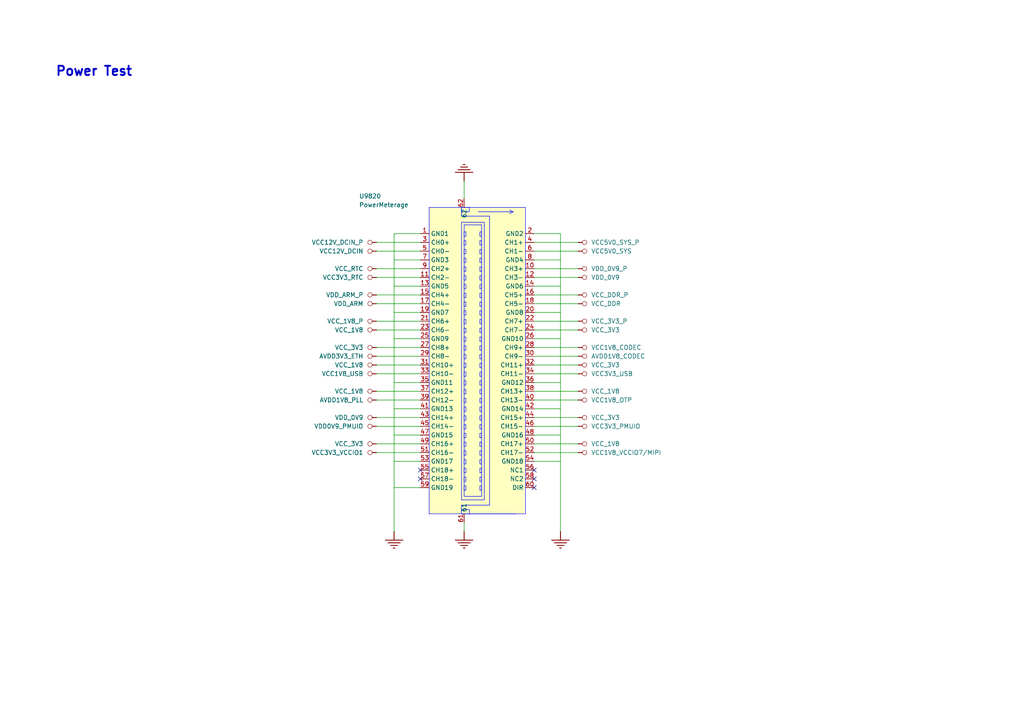
<source format=kicad_sch>
(kicad_sch (version 20250114) (generator "eeschema") (generator_version "9.0")
  (paper "A4")
  (lib_symbols
    (symbol "*:root_0_PowerMeasurement_6_*"
      (symbol "root_0_PowerMeasurement_6_*_1_0"
        (polyline (pts (xy 9.398 -0.254) (xy 9.398 -2.54)) (stroke (width 0) (color 0 11 255 1)))
        (polyline (pts (xy 9.398 -86.36) (xy 9.398 -87.63)) (stroke (width 0) (color 0 11 255 1)))
        (polyline (pts (xy 9.398 -86.36) (xy 17.526 -86.36)) (stroke (width 0) (color 0 11 255 1)))
        (rectangle (start 10.668 -7.112) (end 10.16 -8.382) (stroke (width 0) (color 0 11 255 1)) (fill (type background)))
        (rectangle (start 10.668 -9.652) (end 10.16 -10.922) (stroke (width 0) (color 0 11 255 1)) (fill (type background)))
        (rectangle (start 10.668 -12.192) (end 10.16 -13.462) (stroke (width 0) (color 0 11 255 1)) (fill (type background)))
        (rectangle (start 10.668 -14.732) (end 10.16 -16.002) (stroke (width 0) (color 0 11 255 1)) (fill (type background)))
        (rectangle (start 10.668 -17.272) (end 10.16 -18.542) (stroke (width 0) (color 0 11 255 1)) (fill (type background)))
        (rectangle (start 10.668 -19.812) (end 10.16 -21.082) (stroke (width 0) (color 0 11 255 1)) (fill (type background)))
        (rectangle (start 10.668 -22.352) (end 10.16 -23.622) (stroke (width 0) (color 0 11 255 1)) (fill (type background)))
        (rectangle (start 10.668 -24.892) (end 10.16 -26.162) (stroke (width 0) (color 0 11 255 1)) (fill (type background)))
        (rectangle (start 10.668 -27.432) (end 10.16 -28.702) (stroke (width 0) (color 0 11 255 1)) (fill (type background)))
        (rectangle (start 10.668 -29.972) (end 10.16 -31.242) (stroke (width 0) (color 0 11 255 1)) (fill (type background)))
        (rectangle (start 10.668 -32.512) (end 10.16 -33.782) (stroke (width 0) (color 0 11 255 1)) (fill (type background)))
        (rectangle (start 10.668 -35.052) (end 10.16 -36.322) (stroke (width 0) (color 0 11 255 1)) (fill (type background)))
        (rectangle (start 10.668 -37.592) (end 10.16 -38.862) (stroke (width 0) (color 0 11 255 1)) (fill (type background)))
        (rectangle (start 10.668 -40.132) (end 10.16 -41.402) (stroke (width 0) (color 0 11 255 1)) (fill (type background)))
        (rectangle (start 10.668 -42.672) (end 10.16 -43.942) (stroke (width 0) (color 0 11 255 1)) (fill (type background)))
        (rectangle (start 10.668 -45.212) (end 10.16 -46.482) (stroke (width 0) (color 0 11 255 1)) (fill (type background)))
        (rectangle (start 10.668 -47.752) (end 10.16 -49.022) (stroke (width 0) (color 0 11 255 1)) (fill (type background)))
        (rectangle (start 10.668 -50.292) (end 10.16 -51.562) (stroke (width 0) (color 0 11 255 1)) (fill (type background)))
        (rectangle (start 10.668 -52.832) (end 10.16 -54.102) (stroke (width 0) (color 0 11 255 1)) (fill (type background)))
        (rectangle (start 10.668 -55.372) (end 10.16 -56.642) (stroke (width 0) (color 0 11 255 1)) (fill (type background)))
        (rectangle (start 10.668 -57.912) (end 10.16 -59.182) (stroke (width 0) (color 0 11 255 1)) (fill (type background)))
        (rectangle (start 10.668 -60.452) (end 10.16 -61.722) (stroke (width 0) (color 0 11 255 1)) (fill (type background)))
        (rectangle (start 10.668 -62.992) (end 10.16 -64.262) (stroke (width 0) (color 0 11 255 1)) (fill (type background)))
        (rectangle (start 10.668 -65.532) (end 10.16 -66.802) (stroke (width 0) (color 0 11 255 1)) (fill (type background)))
        (rectangle (start 10.668 -68.072) (end 10.16 -69.342) (stroke (width 0) (color 0 11 255 1)) (fill (type background)))
        (rectangle (start 10.668 -70.612) (end 10.16 -71.882) (stroke (width 0) (color 0 11 255 1)) (fill (type background)))
        (rectangle (start 10.668 -73.152) (end 10.16 -74.422) (stroke (width 0) (color 0 11 255 1)) (fill (type background)))
        (rectangle (start 10.668 -75.692) (end 10.16 -76.962) (stroke (width 0) (color 0 11 255 1)) (fill (type background)))
        (rectangle (start 10.668 -78.232) (end 10.16 -79.502) (stroke (width 0) (color 0 11 255 1)) (fill (type background)))
        (rectangle (start 10.668 -80.772) (end 10.16 -82.042) (stroke (width 0) (color 0 11 255 1)) (fill (type background)))
        (rectangle (start 11.684 0) (end 9.398 -1.27) (stroke (width 0) (color 0 11 255 1)) (fill (type background)))
        (rectangle (start 11.684 -87.63) (end 9.398 -88.9) (stroke (width 0) (color 0 11 255 1)) (fill (type background)))
        (polyline (pts (xy 11.684 -88.9) (xy 25.146 -88.9)) (stroke (width 0) (color 0 11 255 1)))
        (polyline (pts (xy 14.224 -1.27) (xy 24.384 -1.27)) (stroke (width 0) (color 0 11 255 1)))
        (rectangle (start 15.24 -5.08) (end 10.16 -83.82) (stroke (width 0) (color 0 11 255 1)) (fill (type background)))
        (rectangle (start 15.24 -7.112) (end 14.732 -8.382) (stroke (width 0) (color 0 11 255 1)) (fill (type background)))
        (rectangle (start 15.24 -9.652) (end 14.732 -10.922) (stroke (width 0) (color 0 11 255 1)) (fill (type background)))
        (rectangle (start 15.24 -12.192) (end 14.732 -13.462) (stroke (width 0) (color 0 11 255 1)) (fill (type background)))
        (rectangle (start 15.24 -14.732) (end 14.732 -16.002) (stroke (width 0) (color 0 11 255 1)) (fill (type background)))
        (rectangle (start 15.24 -17.272) (end 14.732 -18.542) (stroke (width 0) (color 0 11 255 1)) (fill (type background)))
        (rectangle (start 15.24 -19.812) (end 14.732 -21.082) (stroke (width 0) (color 0 11 255 1)) (fill (type background)))
        (rectangle (start 15.24 -22.352) (end 14.732 -23.622) (stroke (width 0) (color 0 11 255 1)) (fill (type background)))
        (rectangle (start 15.24 -24.892) (end 14.732 -26.162) (stroke (width 0) (color 0 11 255 1)) (fill (type background)))
        (rectangle (start 15.24 -27.432) (end 14.732 -28.702) (stroke (width 0) (color 0 11 255 1)) (fill (type background)))
        (rectangle (start 15.24 -29.972) (end 14.732 -31.242) (stroke (width 0) (color 0 11 255 1)) (fill (type background)))
        (rectangle (start 15.24 -32.512) (end 14.732 -33.782) (stroke (width 0) (color 0 11 255 1)) (fill (type background)))
        (rectangle (start 15.24 -35.052) (end 14.732 -36.322) (stroke (width 0) (color 0 11 255 1)) (fill (type background)))
        (rectangle (start 15.24 -37.592) (end 14.732 -38.862) (stroke (width 0) (color 0 11 255 1)) (fill (type background)))
        (rectangle (start 15.24 -40.132) (end 14.732 -41.402) (stroke (width 0) (color 0 11 255 1)) (fill (type background)))
        (rectangle (start 15.24 -42.672) (end 14.732 -43.942) (stroke (width 0) (color 0 11 255 1)) (fill (type background)))
        (rectangle (start 15.24 -45.212) (end 14.732 -46.482) (stroke (width 0) (color 0 11 255 1)) (fill (type background)))
        (rectangle (start 15.24 -47.752) (end 14.732 -49.022) (stroke (width 0) (color 0 11 255 1)) (fill (type background)))
        (rectangle (start 15.24 -50.292) (end 14.732 -51.562) (stroke (width 0) (color 0 11 255 1)) (fill (type background)))
        (rectangle (start 15.24 -52.832) (end 14.732 -54.102) (stroke (width 0) (color 0 11 255 1)) (fill (type background)))
        (rectangle (start 15.24 -55.372) (end 14.732 -56.642) (stroke (width 0) (color 0 11 255 1)) (fill (type background)))
        (rectangle (start 15.24 -57.912) (end 14.732 -59.182) (stroke (width 0) (color 0 11 255 1)) (fill (type background)))
        (rectangle (start 15.24 -60.452) (end 14.732 -61.722) (stroke (width 0) (color 0 11 255 1)) (fill (type background)))
        (rectangle (start 15.24 -62.992) (end 14.732 -64.262) (stroke (width 0) (color 0 11 255 1)) (fill (type background)))
        (rectangle (start 15.24 -65.532) (end 14.732 -66.802) (stroke (width 0) (color 0 11 255 1)) (fill (type background)))
        (rectangle (start 15.24 -68.072) (end 14.732 -69.342) (stroke (width 0) (color 0 11 255 1)) (fill (type background)))
        (rectangle (start 15.24 -70.612) (end 14.732 -71.882) (stroke (width 0) (color 0 11 255 1)) (fill (type background)))
        (rectangle (start 15.24 -73.152) (end 14.732 -74.422) (stroke (width 0) (color 0 11 255 1)) (fill (type background)))
        (rectangle (start 15.24 -75.692) (end 14.732 -76.962) (stroke (width 0) (color 0 11 255 1)) (fill (type background)))
        (rectangle (start 15.24 -78.232) (end 14.732 -79.502) (stroke (width 0) (color 0 11 255 1)) (fill (type background)))
        (rectangle (start 15.24 -80.772) (end 14.732 -82.042) (stroke (width 0) (color 0 11 255 1)) (fill (type background)))
        (rectangle (start 16.002 -4.318) (end 9.398 -84.836) (stroke (width 0) (color 0 11 255 1)) (fill (type background)))
        (polyline (pts (xy 17.526 -2.54) (xy 9.398 -2.54)) (stroke (width 0) (color 0 11 255 1)))
        (polyline (pts (xy 17.526 -2.54) (xy 17.526 -86.36)) (stroke (width 0) (color 0 11 255 1)))
        (polyline (pts (xy 24.384 -1.27) (xy 23.368 -0.762)) (stroke (width 0) (color 0 11 255 1)))
        (polyline (pts (xy 24.384 -1.27) (xy 23.368 -1.778)) (stroke (width 0) (color 0 11 255 1)))
        (rectangle (start 27.94 0) (end 0 -88.9) (stroke (width 0) (color 0 11 255 1)) (fill (type background)))
        (pin passive line (at -2.54 -7.62 0) (length 2.54) (name "GND1") (number "1"))
        (pin passive line (at -2.54 -10.16 0) (length 2.54) (name "CH0+") (number "3"))
        (pin passive line (at -2.54 -12.7 0) (length 2.54) (name "CH0-") (number "5"))
        (pin passive line (at -2.54 -15.24 0) (length 2.54) (name "GND3") (number "7"))
        (pin passive line (at -2.54 -17.78 0) (length 2.54) (name "CH2+") (number "9"))
        (pin passive line (at -2.54 -20.32 0) (length 2.54) (name "CH2-") (number "11"))
        (pin passive line (at -2.54 -22.86 0) (length 2.54) (name "GND5") (number "13"))
        (pin passive line (at -2.54 -25.4 0) (length 2.54) (name "CH4+") (number "15"))
        (pin passive line (at -2.54 -27.94 0) (length 2.54) (name "CH4-") (number "17"))
        (pin passive line (at -2.54 -30.48 0) (length 2.54) (name "GND7") (number "19"))
        (pin passive line (at -2.54 -33.02 0) (length 2.54) (name "CH6+") (number "21"))
        (pin passive line (at -2.54 -35.56 0) (length 2.54) (name "CH6-") (number "23"))
        (pin passive line (at -2.54 -38.1 0) (length 2.54) (name "GND9") (number "25"))
        (pin passive line (at -2.54 -40.64 0) (length 2.54) (name "CH8+") (number "27"))
        (pin passive line (at -2.54 -43.18 0) (length 2.54) (name "CH8-") (number "29"))
        (pin passive line (at -2.54 -45.72 0) (length 2.54) (name "CH10+") (number "31"))
        (pin passive line (at -2.54 -48.26 0) (length 2.54) (name "CH10-") (number "33"))
        (pin passive line (at -2.54 -50.8 0) (length 2.54) (name "GND11") (number "35"))
        (pin passive line (at -2.54 -53.34 0) (length 2.54) (name "CH12+") (number "37"))
        (pin passive line (at -2.54 -55.88 0) (length 2.54) (name "CH12-") (number "39"))
        (pin passive line (at -2.54 -58.42 0) (length 2.54) (name "GND13") (number "41"))
        (pin passive line (at -2.54 -60.96 0) (length 2.54) (name "CH14+") (number "43"))
        (pin passive line (at -2.54 -63.5 0) (length 2.54) (name "CH14-") (number "45"))
        (pin passive line (at -2.54 -66.04 0) (length 2.54) (name "GND15") (number "47"))
        (pin passive line (at -2.54 -68.58 0) (length 2.54) (name "CH16+") (number "49"))
        (pin passive line (at -2.54 -71.12 0) (length 2.54) (name "CH16-") (number "51"))
        (pin passive line (at -2.54 -73.66 0) (length 2.54) (name "GND17") (number "53"))
        (pin passive line (at -2.54 -76.2 0) (length 2.54) (name "CH18+") (number "55"))
        (pin passive line (at -2.54 -78.74 0) (length 2.54) (name "CH18-") (number "57"))
        (pin passive line (at -2.54 -81.28 0) (length 2.54) (name "GND19") (number "59"))
        (pin passive line (at 10.16 2.54 270) (length 2.54) (name "62") (number "62"))
        (pin passive line (at 10.16 -91.44 90) (length 2.54) (name "61") (number "61"))
        (pin passive line (at 30.48 -7.62 180) (length 2.54) (name "GND2") (number "2"))
        (pin passive line (at 30.48 -10.16 180) (length 2.54) (name "CH1+") (number "4"))
        (pin passive line (at 30.48 -12.7 180) (length 2.54) (name "CH1-") (number "6"))
        (pin passive line (at 30.48 -15.24 180) (length 2.54) (name "GND4") (number "8"))
        (pin passive line (at 30.48 -17.78 180) (length 2.54) (name "CH3+") (number "10"))
        (pin passive line (at 30.48 -20.32 180) (length 2.54) (name "CH3-") (number "12"))
        (pin passive line (at 30.48 -22.86 180) (length 2.54) (name "GND6") (number "14"))
        (pin passive line (at 30.48 -25.4 180) (length 2.54) (name "CH5+") (number "16"))
        (pin passive line (at 30.48 -27.94 180) (length 2.54) (name "CH5-") (number "18"))
        (pin passive line (at 30.48 -30.48 180) (length 2.54) (name "GND8") (number "20"))
        (pin passive line (at 30.48 -33.02 180) (length 2.54) (name "CH7+") (number "22"))
        (pin passive line (at 30.48 -35.56 180) (length 2.54) (name "CH7-") (number "24"))
        (pin passive line (at 30.48 -38.1 180) (length 2.54) (name "GND10") (number "26"))
        (pin passive line (at 30.48 -40.64 180) (length 2.54) (name "CH9+") (number "28"))
        (pin passive line (at 30.48 -43.18 180) (length 2.54) (name "CH9-") (number "30"))
        (pin passive line (at 30.48 -45.72 180) (length 2.54) (name "CH11+") (number "32"))
        (pin passive line (at 30.48 -48.26 180) (length 2.54) (name "CH11-") (number "34"))
        (pin passive line (at 30.48 -50.8 180) (length 2.54) (name "GND12") (number "36"))
        (pin passive line (at 30.48 -53.34 180) (length 2.54) (name "CH13+") (number "38"))
        (pin passive line (at 30.48 -55.88 180) (length 2.54) (name "CH13-") (number "40"))
        (pin passive line (at 30.48 -58.42 180) (length 2.54) (name "GND14") (number "42"))
        (pin passive line (at 30.48 -60.96 180) (length 2.54) (name "CH15+") (number "44"))
        (pin passive line (at 30.48 -63.5 180) (length 2.54) (name "CH15-") (number "46"))
        (pin passive line (at 30.48 -66.04 180) (length 2.54) (name "GND16") (number "48"))
        (pin passive line (at 30.48 -68.58 180) (length 2.54) (name "CH17+") (number "50"))
        (pin passive line (at 30.48 -71.12 180) (length 2.54) (name "CH17-") (number "52"))
        (pin passive line (at 30.48 -73.66 180) (length 2.54) (name "GND18") (number "54"))
        (pin passive line (at 30.48 -76.2 180) (length 2.54) (name "NC1") (number "56"))
        (pin passive line (at 30.48 -78.74 180) (length 2.54) (name "NC2") (number "58"))
        (pin passive line (at 30.48 -81.28 180) (length 2.54) (name "DIR") (number "60"))
      )
    )
    (symbol "RV1106G_EVB1_V11_20220401LX-altium-import:AVDD1V8_CODEC_CIRCLE" (power)
      (property "Value" "AVDD1V8_CODEC" (at 0 -3.81 0))
      (symbol "AVDD1V8_CODEC_CIRCLE_0_0"
        (polyline (pts (xy 0 0) (xy 0 -1.27)) (stroke (width 0.254)))
        (circle (center 0 -1.905) (radius 0.635) (stroke (width 0.127)))
        (pin power_in line (at 0 0 0) (length 0) (hide yes) (name "AVDD1V8_CODEC") (number ""))
      )
    )
    (symbol "RV1106G_EVB1_V11_20220401LX-altium-import:AVDD1V8_PLL_CIRCLE" (power)
      (property "Value" "AVDD1V8_PLL" (at 0 -3.81 0))
      (symbol "AVDD1V8_PLL_CIRCLE_0_0"
        (polyline (pts (xy 0 0) (xy 0 -1.27)) (stroke (width 0.254)))
        (circle (center 0 -1.905) (radius 0.635) (stroke (width 0.127)))
        (pin power_in line (at 0 0 0) (length 0) (hide yes) (name "AVDD1V8_PLL") (number ""))
      )
    )
    (symbol "RV1106G_EVB1_V11_20220401LX-altium-import:AVDD3V3_ETH_CIRCLE" (power)
      (property "Value" "AVDD3V3_ETH" (at 0 -3.81 0))
      (symbol "AVDD3V3_ETH_CIRCLE_0_0"
        (polyline (pts (xy 0 0) (xy 0 -1.27)) (stroke (width 0.254)))
        (circle (center 0 -1.905) (radius 0.635) (stroke (width 0.127)))
        (pin power_in line (at 0 0 0) (length 0) (hide yes) (name "AVDD3V3_ETH") (number ""))
      )
    )
    (symbol "RV1106G_EVB1_V11_20220401LX-altium-import:GND_POWER_GROUND" (power)
      (property "Value" "GND" (at 0 -6.35 0))
      (symbol "GND_POWER_GROUND_0_0"
        (polyline (pts (xy -2.54 -2.54) (xy 2.54 -2.54)) (stroke (width 0.254)))
        (polyline (pts (xy -1.778 -3.302) (xy 1.778 -3.302)) (stroke (width 0.254)))
        (polyline (pts (xy -1.016 -4.064) (xy 1.016 -4.064)) (stroke (width 0.254)))
        (polyline (pts (xy -0.254 -4.826) (xy 0.254 -4.826)) (stroke (width 0.254)))
        (polyline (pts (xy 0 0) (xy 0 -2.54)) (stroke (width 0.254)))
        (pin power_in line (at 0 0 0) (length 0) (hide yes) (name "GND") (number ""))
      )
    )
    (symbol "RV1106G_EVB1_V11_20220401LX-altium-import:VCC12V_DCIN_CIRCLE" (power)
      (property "Value" "VCC12V_DCIN" (at 0 -3.81 0))
      (symbol "VCC12V_DCIN_CIRCLE_0_0"
        (polyline (pts (xy 0 0) (xy 0 -1.27)) (stroke (width 0.254)))
        (circle (center 0 -1.905) (radius 0.635) (stroke (width 0.127)))
        (pin power_in line (at 0 0 0) (length 0) (hide yes) (name "VCC12V_DCIN") (number ""))
      )
    )
    (symbol "RV1106G_EVB1_V11_20220401LX-altium-import:VCC12V_DCIN_P_CIRCLE" (power)
      (property "Value" "VCC12V_DCIN_P" (at 0 -3.81 0))
      (symbol "VCC12V_DCIN_P_CIRCLE_0_0"
        (polyline (pts (xy 0 0) (xy 0 -1.27)) (stroke (width 0.254)))
        (circle (center 0 -1.905) (radius 0.635) (stroke (width 0.127)))
        (pin power_in line (at 0 0 0) (length 0) (hide yes) (name "VCC12V_DCIN_P") (number ""))
      )
    )
    (symbol "RV1106G_EVB1_V11_20220401LX-altium-import:VCC1V8_CODEC_CIRCLE" (power)
      (property "Value" "VCC1V8_CODEC" (at 0 -3.81 0))
      (symbol "VCC1V8_CODEC_CIRCLE_0_0"
        (polyline (pts (xy 0 0) (xy 0 -1.27)) (stroke (width 0.254)))
        (circle (center 0 -1.905) (radius 0.635) (stroke (width 0.127)))
        (pin power_in line (at 0 0 0) (length 0) (hide yes) (name "VCC1V8_CODEC") (number ""))
      )
    )
    (symbol "RV1106G_EVB1_V11_20220401LX-altium-import:VCC1V8_OTP_CIRCLE" (power)
      (property "Value" "VCC1V8_OTP" (at 0 -3.81 0))
      (symbol "VCC1V8_OTP_CIRCLE_0_0"
        (polyline (pts (xy 0 0) (xy 0 -1.27)) (stroke (width 0.254)))
        (circle (center 0 -1.905) (radius 0.635) (stroke (width 0.127)))
        (pin power_in line (at 0 0 0) (length 0) (hide yes) (name "VCC1V8_OTP") (number ""))
      )
    )
    (symbol "RV1106G_EVB1_V11_20220401LX-altium-import:VCC1V8_USB_CIRCLE" (power)
      (property "Value" "VCC1V8_USB" (at 0 -3.81 0))
      (symbol "VCC1V8_USB_CIRCLE_0_0"
        (polyline (pts (xy 0 0) (xy 0 -1.27)) (stroke (width 0.254)))
        (circle (center 0 -1.905) (radius 0.635) (stroke (width 0.127)))
        (pin power_in line (at 0 0 0) (length 0) (hide yes) (name "VCC1V8_USB") (number ""))
      )
    )
    (symbol "RV1106G_EVB1_V11_20220401LX-altium-import:VCC1V8_VCCIO7/MIPI_CIRCLE" (power)
      (property "Value" "VCC1V8_VCCIO7/MIPI" (at 0 -3.81 0))
      (symbol "VCC1V8_VCCIO7/MIPI_CIRCLE_0_0"
        (polyline (pts (xy 0 0) (xy 0 -1.27)) (stroke (width 0.254)))
        (circle (center 0 -1.905) (radius 0.635) (stroke (width 0.127)))
        (pin power_in line (at 0 0 0) (length 0) (hide yes) (name "VCC1V8_VCCIO7/MIPI") (number ""))
      )
    )
    (symbol "RV1106G_EVB1_V11_20220401LX-altium-import:VCC3V3_PMUIO_CIRCLE" (power)
      (property "Value" "VCC3V3_PMUIO" (at 0 -3.81 0))
      (symbol "VCC3V3_PMUIO_CIRCLE_0_0"
        (polyline (pts (xy 0 0) (xy 0 -1.27)) (stroke (width 0.254)))
        (circle (center 0 -1.905) (radius 0.635) (stroke (width 0.127)))
        (pin power_in line (at 0 0 0) (length 0) (hide yes) (name "VCC3V3_PMUIO") (number ""))
      )
    )
    (symbol "RV1106G_EVB1_V11_20220401LX-altium-import:VCC3V3_RTC_CIRCLE" (power)
      (property "Value" "VCC3V3_RTC" (at 0 -3.81 0))
      (symbol "VCC3V3_RTC_CIRCLE_0_0"
        (polyline (pts (xy 0 0) (xy 0 -1.27)) (stroke (width 0.254)))
        (circle (center 0 -1.905) (radius 0.635) (stroke (width 0.127)))
        (pin power_in line (at 0 0 0) (length 0) (hide yes) (name "VCC3V3_RTC") (number ""))
      )
    )
    (symbol "RV1106G_EVB1_V11_20220401LX-altium-import:VCC3V3_USB_CIRCLE" (power)
      (property "Value" "VCC3V3_USB" (at 0 -3.81 0))
      (symbol "VCC3V3_USB_CIRCLE_0_0"
        (polyline (pts (xy 0 0) (xy 0 -1.27)) (stroke (width 0.254)))
        (circle (center 0 -1.905) (radius 0.635) (stroke (width 0.127)))
        (pin power_in line (at 0 0 0) (length 0) (hide yes) (name "VCC3V3_USB") (number ""))
      )
    )
    (symbol "RV1106G_EVB1_V11_20220401LX-altium-import:VCC3V3_VCCIO1_CIRCLE" (power)
      (property "Value" "VCC3V3_VCCIO1" (at 0 -3.81 0))
      (symbol "VCC3V3_VCCIO1_CIRCLE_0_0"
        (polyline (pts (xy 0 0) (xy 0 -1.27)) (stroke (width 0.254)))
        (circle (center 0 -1.905) (radius 0.635) (stroke (width 0.127)))
        (pin power_in line (at 0 0 0) (length 0) (hide yes) (name "VCC3V3_VCCIO1") (number ""))
      )
    )
    (symbol "RV1106G_EVB1_V11_20220401LX-altium-import:VCC5V0_SYS_CIRCLE" (power)
      (property "Value" "VCC5V0_SYS" (at 0 -3.81 0))
      (symbol "VCC5V0_SYS_CIRCLE_0_0"
        (polyline (pts (xy 0 0) (xy 0 -1.27)) (stroke (width 0.254)))
        (circle (center 0 -1.905) (radius 0.635) (stroke (width 0.127)))
        (pin power_in line (at 0 0 0) (length 0) (hide yes) (name "VCC5V0_SYS") (number ""))
      )
    )
    (symbol "RV1106G_EVB1_V11_20220401LX-altium-import:VCC5V0_SYS_P_CIRCLE" (power)
      (property "Value" "VCC5V0_SYS_P" (at 0 -3.81 0))
      (symbol "VCC5V0_SYS_P_CIRCLE_0_0"
        (polyline (pts (xy 0 0) (xy 0 -1.27)) (stroke (width 0.254)))
        (circle (center 0 -1.905) (radius 0.635) (stroke (width 0.127)))
        (pin power_in line (at 0 0 0) (length 0) (hide yes) (name "VCC5V0_SYS_P") (number ""))
      )
    )
    (symbol "RV1106G_EVB1_V11_20220401LX-altium-import:VCC_1V8_CIRCLE" (power)
      (property "Value" "VCC_1V8" (at 0 -3.81 0))
      (symbol "VCC_1V8_CIRCLE_0_0"
        (polyline (pts (xy 0 0) (xy 0 -1.27)) (stroke (width 0.254)))
        (circle (center 0 -1.905) (radius 0.635) (stroke (width 0.127)))
        (pin power_in line (at 0 0 0) (length 0) (hide yes) (name "VCC_1V8") (number ""))
      )
    )
    (symbol "RV1106G_EVB1_V11_20220401LX-altium-import:VCC_1V8_P_CIRCLE" (power)
      (property "Value" "VCC_1V8_P" (at 0 -3.81 0))
      (symbol "VCC_1V8_P_CIRCLE_0_0"
        (polyline (pts (xy 0 0) (xy 0 -1.27)) (stroke (width 0.254)))
        (circle (center 0 -1.905) (radius 0.635) (stroke (width 0.127)))
        (pin power_in line (at 0 0 0) (length 0) (hide yes) (name "VCC_1V8_P") (number ""))
      )
    )
    (symbol "RV1106G_EVB1_V11_20220401LX-altium-import:VCC_3V3_CIRCLE" (power)
      (property "Value" "VCC_3V3" (at 0 -3.81 0))
      (symbol "VCC_3V3_CIRCLE_0_0"
        (polyline (pts (xy 0 0) (xy 0 -1.27)) (stroke (width 0.254)))
        (circle (center 0 -1.905) (radius 0.635) (stroke (width 0.127)))
        (pin power_in line (at 0 0 0) (length 0) (hide yes) (name "VCC_3V3") (number ""))
      )
    )
    (symbol "RV1106G_EVB1_V11_20220401LX-altium-import:VCC_3V3_P_CIRCLE" (power)
      (property "Value" "VCC_3V3_P" (at 0 -3.81 0))
      (symbol "VCC_3V3_P_CIRCLE_0_0"
        (polyline (pts (xy 0 0) (xy 0 -1.27)) (stroke (width 0.254)))
        (circle (center 0 -1.905) (radius 0.635) (stroke (width 0.127)))
        (pin power_in line (at 0 0 0) (length 0) (hide yes) (name "VCC_3V3_P") (number ""))
      )
    )
    (symbol "RV1106G_EVB1_V11_20220401LX-altium-import:VCC_DDR_CIRCLE" (power)
      (property "Value" "VCC_DDR" (at 0 -3.81 0))
      (symbol "VCC_DDR_CIRCLE_0_0"
        (polyline (pts (xy 0 0) (xy 0 -1.27)) (stroke (width 0.254)))
        (circle (center 0 -1.905) (radius 0.635) (stroke (width 0.127)))
        (pin power_in line (at 0 0 0) (length 0) (hide yes) (name "VCC_DDR") (number ""))
      )
    )
    (symbol "RV1106G_EVB1_V11_20220401LX-altium-import:VCC_DDR_P_CIRCLE" (power)
      (property "Value" "VCC_DDR_P" (at 0 -3.81 0))
      (symbol "VCC_DDR_P_CIRCLE_0_0"
        (polyline (pts (xy 0 0) (xy 0 -1.27)) (stroke (width 0.254)))
        (circle (center 0 -1.905) (radius 0.635) (stroke (width 0.127)))
        (pin power_in line (at 0 0 0) (length 0) (hide yes) (name "VCC_DDR_P") (number ""))
      )
    )
    (symbol "RV1106G_EVB1_V11_20220401LX-altium-import:VCC_RTC_CIRCLE" (power)
      (property "Value" "VCC_RTC" (at 0 -3.81 0))
      (symbol "VCC_RTC_CIRCLE_0_0"
        (polyline (pts (xy 0 0) (xy 0 -1.27)) (stroke (width 0.254)))
        (circle (center 0 -1.905) (radius 0.635) (stroke (width 0.127)))
        (pin power_in line (at 0 0 0) (length 0) (hide yes) (name "VCC_RTC") (number ""))
      )
    )
    (symbol "RV1106G_EVB1_V11_20220401LX-altium-import:VDD0V9_PMUIO_CIRCLE" (power)
      (property "Value" "VDD0V9_PMUIO" (at 0 -3.81 0))
      (symbol "VDD0V9_PMUIO_CIRCLE_0_0"
        (polyline (pts (xy 0 0) (xy 0 -1.27)) (stroke (width 0.254)))
        (circle (center 0 -1.905) (radius 0.635) (stroke (width 0.127)))
        (pin power_in line (at 0 0 0) (length 0) (hide yes) (name "VDD0V9_PMUIO") (number ""))
      )
    )
    (symbol "RV1106G_EVB1_V11_20220401LX-altium-import:VDD_0V9_CIRCLE" (power)
      (property "Value" "VDD_0V9" (at 0 -3.81 0))
      (symbol "VDD_0V9_CIRCLE_0_0"
        (polyline (pts (xy 0 0) (xy 0 -1.27)) (stroke (width 0.254)))
        (circle (center 0 -1.905) (radius 0.635) (stroke (width 0.127)))
        (pin power_in line (at 0 0 0) (length 0) (hide yes) (name "VDD_0V9") (number ""))
      )
    )
    (symbol "RV1106G_EVB1_V11_20220401LX-altium-import:VDD_0V9_P_CIRCLE" (power)
      (property "Value" "VDD_0V9_P" (at 0 -3.81 0))
      (symbol "VDD_0V9_P_CIRCLE_0_0"
        (polyline (pts (xy 0 0) (xy 0 -1.27)) (stroke (width 0.254)))
        (circle (center 0 -1.905) (radius 0.635) (stroke (width 0.127)))
        (pin power_in line (at 0 0 0) (length 0) (hide yes) (name "VDD_0V9_P") (number ""))
      )
    )
    (symbol "RV1106G_EVB1_V11_20220401LX-altium-import:VDD_ARM_CIRCLE" (power)
      (property "Value" "VDD_ARM" (at 0 -3.81 0))
      (symbol "VDD_ARM_CIRCLE_0_0"
        (polyline (pts (xy 0 0) (xy 0 -1.27)) (stroke (width 0.254)))
        (circle (center 0 -1.905) (radius 0.635) (stroke (width 0.127)))
        (pin power_in line (at 0 0 0) (length 0) (hide yes) (name "VDD_ARM") (number ""))
      )
    )
    (symbol "RV1106G_EVB1_V11_20220401LX-altium-import:VDD_ARM_P_CIRCLE" (power)
      (property "Value" "VDD_ARM_P" (at 0 -3.81 0))
      (symbol "VDD_ARM_P_CIRCLE_0_0"
        (polyline (pts (xy 0 0) (xy 0 -1.27)) (stroke (width 0.254)))
        (circle (center 0 -1.905) (radius 0.635) (stroke (width 0.127)))
        (pin power_in line (at 0 0 0) (length 0) (hide yes) (name "VDD_ARM_P") (number ""))
      )
    )
  )
  (text "Power Test" (at 16.002 22.352 0) (effects (font (size 2.667 2.667) (thickness 0.5334) (bold yes)) (justify left bottom)))
  (no_connect (at 121.92 138.8872))
  (no_connect (at 121.92 136.3472))
  (no_connect (at 154.94 136.3472))
  (no_connect (at 154.94 138.8872))
  (no_connect (at 154.94 141.4272))
  (wire (pts (xy 114.3 126.1872) (xy 114.3 133.8072)))
  (wire (pts (xy 121.92 93.1672) (xy 109.22 93.1672)))
  (wire (pts (xy 121.92 80.4672) (xy 109.22 80.4672)))
  (wire (pts (xy 121.92 105.8672) (xy 109.22 105.8672)))
  (wire (pts (xy 167.64 77.9272) (xy 154.94 77.9272)))
  (wire (pts (xy 121.92 108.4072) (xy 109.22 108.4072)))
  (wire (pts (xy 167.64 85.5472) (xy 154.94 85.5472)))
  (wire (pts (xy 114.3 75.3872) (xy 121.92 75.3872)))
  (wire (pts (xy 121.92 95.7072) (xy 109.22 95.7072)))
  (wire (pts (xy 154.94 110.9472) (xy 162.56 110.9472)))
  (wire (pts (xy 162.56 126.1872) (xy 162.56 118.5672)))
  (wire (pts (xy 162.56 75.3872) (xy 162.56 83.0072)))
  (wire (pts (xy 167.64 121.1072) (xy 154.94 121.1072)))
  (wire (pts (xy 121.92 72.8472) (xy 109.22 72.8472)))
  (wire (pts (xy 114.3 83.0072) (xy 114.3 90.6272)))
  (wire (pts (xy 114.3 90.6272) (xy 114.3 98.2472)))
  (wire (pts (xy 162.56 118.5672) (xy 162.56 110.9472)))
  (wire (pts (xy 121.92 121.1072) (xy 109.22 121.1072)))
  (wire (pts (xy 167.64 105.8672) (xy 154.94 105.8672)))
  (wire (pts (xy 121.92 118.5672) (xy 114.3 118.5672)))
  (wire (pts (xy 154.94 67.7672) (xy 162.56 67.7672)))
  (wire (pts (xy 167.64 70.3072) (xy 154.94 70.3072)))
  (wire (pts (xy 121.92 103.3272) (xy 109.22 103.3272)))
  (wire (pts (xy 162.56 83.0072) (xy 162.56 90.6272)))
  (wire (pts (xy 121.92 90.6272) (xy 114.3 90.6272)))
  (wire (pts (xy 114.3 118.5672) (xy 114.3 126.1872)))
  (wire (pts (xy 121.92 100.7872) (xy 109.22 100.7872)))
  (wire (pts (xy 167.64 123.6472) (xy 154.94 123.6472)))
  (wire (pts (xy 162.56 118.5672) (xy 154.94 118.5672)))
  (wire (pts (xy 162.56 75.3872) (xy 154.94 75.3872)))
  (wire (pts (xy 167.64 72.8472) (xy 154.94 72.8472)))
  (wire (pts (xy 121.92 83.0072) (xy 114.3 83.0072)))
  (wire (pts (xy 162.56 83.0072) (xy 154.94 83.0072)))
  (wire (pts (xy 121.92 85.5472) (xy 109.22 85.5472)))
  (wire (pts (xy 114.3 83.0072) (xy 114.3 75.3872)))
  (wire (pts (xy 167.64 116.0272) (xy 154.94 116.0272)))
  (wire (pts (xy 114.3 98.2472) (xy 114.3 110.9472)))
  (wire (pts (xy 121.92 131.2672) (xy 109.22 131.2672)))
  (wire (pts (xy 121.92 98.2472) (xy 114.3 98.2472)))
  (wire (pts (xy 121.92 110.9472) (xy 114.3 110.9472)))
  (wire (pts (xy 162.56 90.6272) (xy 154.94 90.6272)))
  (wire (pts (xy 121.92 133.8072) (xy 114.3 133.8072)))
  (wire (pts (xy 167.64 108.4072) (xy 154.94 108.4072)))
  (wire (pts (xy 121.92 141.4272) (xy 114.3 141.4272)))
  (wire (pts (xy 134.62 57.6072) (xy 134.62 52.5272)))
  (wire (pts (xy 162.56 98.2472) (xy 154.94 98.2472)))
  (wire (pts (xy 167.64 128.7272) (xy 154.94 128.7272)))
  (wire (pts (xy 162.56 154.1272) (xy 162.56 133.8072)))
  (wire (pts (xy 167.64 93.1672) (xy 154.94 93.1672)))
  (wire (pts (xy 114.3 110.9472) (xy 114.3 118.5672)))
  (wire (pts (xy 121.92 88.0872) (xy 109.22 88.0872)))
  (wire (pts (xy 167.64 103.3272) (xy 154.94 103.3272)))
  (wire (pts (xy 121.92 123.6472) (xy 109.22 123.6472)))
  (wire (pts (xy 121.92 128.7272) (xy 109.22 128.7272)))
  (wire (pts (xy 167.64 88.0872) (xy 154.94 88.0872)))
  (wire (pts (xy 121.92 77.9272) (xy 109.22 77.9272)))
  (wire (pts (xy 167.64 80.4672) (xy 154.94 80.4672)))
  (wire (pts (xy 167.64 131.2672) (xy 154.94 131.2672)))
  (wire (pts (xy 162.56 90.6272) (xy 162.56 98.2472)))
  (wire (pts (xy 121.92 67.7672) (xy 114.3 67.7672)))
  (wire (pts (xy 114.3 67.7672) (xy 114.3 75.3872)))
  (wire (pts (xy 162.56 110.9472) (xy 162.56 98.2472)))
  (wire (pts (xy 121.92 113.4872) (xy 109.22 113.4872)))
  (wire (pts (xy 134.62 154.1272) (xy 134.62 151.5872)))
  (wire (pts (xy 114.3 133.8072) (xy 114.3 141.4272)))
  (wire (pts (xy 162.56 67.7672) (xy 162.56 75.3872)))
  (wire (pts (xy 162.56 133.8072) (xy 154.94 133.8072)))
  (wire (pts (xy 167.64 113.4872) (xy 154.94 113.4872)))
  (wire (pts (xy 162.56 133.8072) (xy 162.56 126.1872)))
  (wire (pts (xy 121.92 126.1872) (xy 114.3 126.1872)))
  (wire (pts (xy 114.3 141.4272) (xy 114.3 154.1272)))
  (wire (pts (xy 167.64 100.7872) (xy 154.94 100.7872)))
  (wire (pts (xy 162.56 126.1872) (xy 154.94 126.1872)))
  (wire (pts (xy 121.92 116.0272) (xy 109.22 116.0272)))
  (wire (pts (xy 121.92 70.3072) (xy 109.22 70.3072)))
  (wire (pts (xy 167.64 95.7072) (xy 154.94 95.7072)))
  (symbol (lib_id "RV1106G_EVB1_V11_20220401LX-altium-import:VCC_3V3_P_CIRCLE") (at 167.64 93.1672 90) (unit 1)
    (property "Reference" "#PWR?" (effects (hide yes)))
    (property "Value" "VCC_3V3_P" (at 171.45 93.1672 90) (effects (justify right)))
  )
  (symbol (lib_id "RV1106G_EVB1_V11_20220401LX-altium-import:AVDD3V3_ETH_CIRCLE") (at 109.22 103.3272 270) (unit 1)
    (property "Reference" "#PWR?" (effects (hide yes)))
    (property "Value" "AVDD3V3_ETH" (at 105.41 103.3272 90) (effects (justify right)))
  )
  (symbol (lib_id "RV1106G_EVB1_V11_20220401LX-altium-import:VCC1V8_CODEC_CIRCLE") (at 167.64 100.7872 90) (unit 1)
    (property "Reference" "#PWR?" (effects (hide yes)))
    (property "Value" "VCC1V8_CODEC" (at 171.45 100.7872 90) (effects (justify right)))
  )
  (symbol (lib_id "RV1106G_EVB1_V11_20220401LX-altium-import:GND_POWER_GROUND") (at 134.62 154.1272 0) (unit 1)
    (property "Reference" "#PWR?" (effects (hide yes)))
    (property "Value" "GND" (effects (hide yes)))
  )
  (symbol (lib_id "RV1106G_EVB1_V11_20220401LX-altium-import:VCC_3V3_CIRCLE") (at 167.64 95.7072 90) (unit 1)
    (property "Reference" "#PWR?" (effects (hide yes)))
    (property "Value" "VCC_3V3" (at 171.45 95.7072 90) (effects (justify right)))
  )
  (symbol (lib_id "RV1106G_EVB1_V11_20220401LX-altium-import:VCC3V3_PMUIO_CIRCLE") (at 167.64 123.6472 90) (unit 1)
    (property "Reference" "#PWR?" (effects (hide yes)))
    (property "Value" "VCC3V3_PMUIO" (at 171.45 123.6472 90) (effects (justify right)))
  )
  (symbol (lib_id "RV1106G_EVB1_V11_20220401LX-altium-import:VCC_1V8_P_CIRCLE") (at 109.22 93.1672 270) (unit 1)
    (property "Reference" "#PWR?" (effects (hide yes)))
    (property "Value" "VCC_1V8_P" (at 105.41 93.1672 90) (effects (justify right)))
  )
  (symbol (lib_id "RV1106G_EVB1_V11_20220401LX-altium-import:VDD_0V9_P_CIRCLE") (at 167.64 77.9272 90) (unit 1)
    (property "Reference" "#PWR?" (effects (hide yes)))
    (property "Value" "VDD_0V9_P" (at 171.45 77.9272 90) (effects (justify right)))
  )
  (symbol (lib_id "RV1106G_EVB1_V11_20220401LX-altium-import:VCC_1V8_CIRCLE") (at 167.64 128.7272 90) (unit 1)
    (property "Reference" "#PWR?" (effects (hide yes)))
    (property "Value" "VCC_1V8" (at 171.45 128.7272 90) (effects (justify right)))
  )
  (symbol (lib_id "RV1106G_EVB1_V11_20220401LX-altium-import:VCC_3V3_CIRCLE") (at 167.64 121.1072 90) (unit 1)
    (property "Reference" "#PWR?" (effects (hide yes)))
    (property "Value" "VCC_3V3" (at 171.45 121.1072 90) (effects (justify right)))
  )
  (symbol (lib_id "RV1106G_EVB1_V11_20220401LX-altium-import:VCC3V3_VCCIO1_CIRCLE") (at 109.22 131.2672 270) (unit 1)
    (property "Reference" "#PWR?" (effects (hide yes)))
    (property "Value" "VCC3V3_VCCIO1" (at 105.41 131.2672 90) (effects (justify right)))
  )
  (symbol (lib_id "RV1106G_EVB1_V11_20220401LX-altium-import:VDD0V9_PMUIO_CIRCLE") (at 109.22 123.6472 270) (unit 1)
    (property "Reference" "#PWR?" (effects (hide yes)))
    (property "Value" "VDD0V9_PMUIO" (at 105.41 123.6472 90) (effects (justify right)))
  )
  (symbol (lib_id "RV1106G_EVB1_V11_20220401LX-altium-import:VCC_3V3_CIRCLE") (at 109.22 100.7872 270) (unit 1)
    (property "Reference" "#PWR?" (effects (hide yes)))
    (property "Value" "VCC_3V3" (at 105.41 100.7872 90) (effects (justify right)))
  )
  (symbol (lib_id "RV1106G_EVB1_V11_20220401LX-altium-import:VCC1V8_USB_CIRCLE") (at 109.22 108.4072 270) (unit 1)
    (property "Reference" "#PWR?" (effects (hide yes)))
    (property "Value" "VCC1V8_USB" (at 105.41 108.4072 90) (effects (justify right)))
  )
  (symbol (lib_id "RV1106G_EVB1_V11_20220401LX-altium-import:VCC_1V8_CIRCLE") (at 109.22 95.7072 270) (unit 1)
    (property "Reference" "#PWR?" (effects (hide yes)))
    (property "Value" "VCC_1V8" (at 105.41 95.7072 90) (effects (justify right)))
  )
  (symbol (lib_id "RV1106G_EVB1_V11_20220401LX-altium-import:VDD_ARM_P_CIRCLE") (at 109.22 85.5472 270) (unit 1)
    (property "Reference" "#PWR?" (effects (hide yes)))
    (property "Value" "VDD_ARM_P" (at 105.41 85.5472 90) (effects (justify right)))
  )
  (symbol (lib_id "RV1106G_EVB1_V11_20220401LX-altium-import:VCC12V_DCIN_CIRCLE") (at 109.22 72.8472 270) (unit 1)
    (property "Reference" "#PWR?" (effects (hide yes)))
    (property "Value" "VCC12V_DCIN" (at 105.41 72.8472 90) (effects (justify right)))
  )
  (symbol (lib_id "*:root_0_PowerMeasurement_6_*") (at 124.46 60.1472 0) (unit 1)
    (property "Reference" "U9820" (at 104.14 57.6072 0) (effects (justify left bottom)))
    (property "Value" "PowerMeterage" (at 104.14 60.1472 0) (effects (justify left bottom)))
    (property "Footprint" "CNN60_0R80_B406" (effects (hide yes)))
    (property "PCB FOOTPRINT" "CNN60_0R80_B406" (effects (hide yes)))
  )
  (symbol (lib_id "RV1106G_EVB1_V11_20220401LX-altium-import:VCC1V8_OTP_CIRCLE") (at 167.64 116.0272 90) (unit 1)
    (property "Reference" "#PWR?" (effects (hide yes)))
    (property "Value" "VCC1V8_OTP" (at 171.45 116.0272 90) (effects (justify right)))
  )
  (symbol (lib_id "RV1106G_EVB1_V11_20220401LX-altium-import:VCC_RTC_CIRCLE") (at 109.22 77.9272 270) (unit 1)
    (property "Reference" "#PWR?" (effects (hide yes)))
    (property "Value" "VCC_RTC" (at 105.41 77.9272 90) (effects (justify right)))
  )
  (symbol (lib_id "RV1106G_EVB1_V11_20220401LX-altium-import:AVDD1V8_PLL_CIRCLE") (at 109.22 116.0272 270) (unit 1)
    (property "Reference" "#PWR?" (effects (hide yes)))
    (property "Value" "AVDD1V8_PLL" (at 105.41 116.0272 90) (effects (justify right)))
  )
  (symbol (lib_id "RV1106G_EVB1_V11_20220401LX-altium-import:VCC5V0_SYS_CIRCLE") (at 167.64 72.8472 90) (unit 1)
    (property "Reference" "#PWR?" (effects (hide yes)))
    (property "Value" "VCC5V0_SYS" (at 171.45 72.8472 90) (effects (justify right)))
  )
  (symbol (lib_id "RV1106G_EVB1_V11_20220401LX-altium-import:GND_POWER_GROUND") (at 114.3 154.1272 0) (unit 1)
    (property "Reference" "#PWR?" (effects (hide yes)))
    (property "Value" "GND" (effects (hide yes)))
  )
  (symbol (lib_id "RV1106G_EVB1_V11_20220401LX-altium-import:VCC1V8_VCCIO7/MIPI_CIRCLE") (at 167.64 131.2672 90) (unit 1)
    (property "Reference" "#PWR?" (effects (hide yes)))
    (property "Value" "VCC1V8_VCCIO7/MIPI" (at 171.45 131.2672 90) (effects (justify right)))
  )
  (symbol (lib_id "RV1106G_EVB1_V11_20220401LX-altium-import:VCC5V0_SYS_P_CIRCLE") (at 167.64 70.3072 90) (unit 1)
    (property "Reference" "#PWR?" (effects (hide yes)))
    (property "Value" "VCC5V0_SYS_P" (at 171.45 70.3072 90) (effects (justify right)))
  )
  (symbol (lib_id "RV1106G_EVB1_V11_20220401LX-altium-import:VCC_1V8_CIRCLE") (at 167.64 113.4872 90) (unit 1)
    (property "Reference" "#PWR?" (effects (hide yes)))
    (property "Value" "VCC_1V8" (at 171.45 113.4872 90) (effects (justify right)))
  )
  (symbol (lib_id "RV1106G_EVB1_V11_20220401LX-altium-import:VDD_0V9_CIRCLE") (at 109.22 121.1072 270) (unit 1)
    (property "Reference" "#PWR?" (effects (hide yes)))
    (property "Value" "VDD_0V9" (at 105.41 121.1072 90) (effects (justify right)))
  )
  (symbol (lib_id "RV1106G_EVB1_V11_20220401LX-altium-import:GND_POWER_GROUND") (at 134.62 52.5272 180) (unit 1)
    (property "Reference" "#PWR?" (effects (hide yes)))
    (property "Value" "GND" (effects (hide yes)))
  )
  (symbol (lib_id "RV1106G_EVB1_V11_20220401LX-altium-import:VCC_DDR_P_CIRCLE") (at 167.64 85.5472 90) (unit 1)
    (property "Reference" "#PWR?" (effects (hide yes)))
    (property "Value" "VCC_DDR_P" (at 171.45 85.5472 90) (effects (justify right)))
  )
  (symbol (lib_id "RV1106G_EVB1_V11_20220401LX-altium-import:VCC_1V8_CIRCLE") (at 109.22 105.8672 270) (unit 1)
    (property "Reference" "#PWR?" (effects (hide yes)))
    (property "Value" "VCC_1V8" (at 105.41 105.8672 90) (effects (justify right)))
  )
  (symbol (lib_id "RV1106G_EVB1_V11_20220401LX-altium-import:AVDD1V8_CODEC_CIRCLE") (at 167.64 103.3272 90) (unit 1)
    (property "Reference" "#PWR?" (effects (hide yes)))
    (property "Value" "AVDD1V8_CODEC" (at 171.45 103.3272 90) (effects (justify right)))
  )
  (symbol (lib_id "RV1106G_EVB1_V11_20220401LX-altium-import:VCC_3V3_CIRCLE") (at 109.22 128.7272 270) (unit 1)
    (property "Reference" "#PWR?" (effects (hide yes)))
    (property "Value" "VCC_3V3" (at 105.41 128.7272 90) (effects (justify right)))
  )
  (symbol (lib_id "RV1106G_EVB1_V11_20220401LX-altium-import:VCC12V_DCIN_P_CIRCLE") (at 109.22 70.3072 270) (unit 1)
    (property "Reference" "#PWR?" (effects (hide yes)))
    (property "Value" "VCC12V_DCIN_P" (at 105.41 70.3072 90) (effects (justify right)))
  )
  (symbol (lib_id "RV1106G_EVB1_V11_20220401LX-altium-import:VCC_1V8_CIRCLE") (at 109.22 113.4872 270) (unit 1)
    (property "Reference" "#PWR?" (effects (hide yes)))
    (property "Value" "VCC_1V8" (at 105.41 113.4872 90) (effects (justify right)))
  )
  (symbol (lib_id "RV1106G_EVB1_V11_20220401LX-altium-import:VDD_0V9_CIRCLE") (at 167.64 80.4672 90) (unit 1)
    (property "Reference" "#PWR?" (effects (hide yes)))
    (property "Value" "VDD_0V9" (at 171.45 80.4672 90) (effects (justify right)))
  )
  (symbol (lib_id "RV1106G_EVB1_V11_20220401LX-altium-import:VDD_ARM_CIRCLE") (at 109.22 88.0872 270) (unit 1)
    (property "Reference" "#PWR?" (effects (hide yes)))
    (property "Value" "VDD_ARM" (at 105.41 88.0872 90) (effects (justify right)))
  )
  (symbol (lib_id "RV1106G_EVB1_V11_20220401LX-altium-import:VCC3V3_USB_CIRCLE") (at 167.64 108.4072 90) (unit 1)
    (property "Reference" "#PWR?" (effects (hide yes)))
    (property "Value" "VCC3V3_USB" (at 171.45 108.4072 90) (effects (justify right)))
  )
  (symbol (lib_id "RV1106G_EVB1_V11_20220401LX-altium-import:VCC_DDR_CIRCLE") (at 167.64 88.0872 90) (unit 1)
    (property "Reference" "#PWR?" (effects (hide yes)))
    (property "Value" "VCC_DDR" (at 171.45 88.0872 90) (effects (justify right)))
  )
  (symbol (lib_id "RV1106G_EVB1_V11_20220401LX-altium-import:VCC_3V3_CIRCLE") (at 167.64 105.8672 90) (unit 1)
    (property "Reference" "#PWR?" (effects (hide yes)))
    (property "Value" "VCC_3V3" (at 171.45 105.8672 90) (effects (justify right)))
  )
  (symbol (lib_id "RV1106G_EVB1_V11_20220401LX-altium-import:VCC3V3_RTC_CIRCLE") (at 109.22 80.4672 270) (unit 1)
    (property "Reference" "#PWR?" (effects (hide yes)))
    (property "Value" "VCC3V3_RTC" (at 105.41 80.4672 90) (effects (justify right)))
  )
  (symbol (lib_id "RV1106G_EVB1_V11_20220401LX-altium-import:GND_POWER_GROUND") (at 162.56 154.1272 0) (unit 1)
    (property "Reference" "#PWR?" (effects (hide yes)))
    (property "Value" "GND" (effects (hide yes)))
  )
)
</source>
